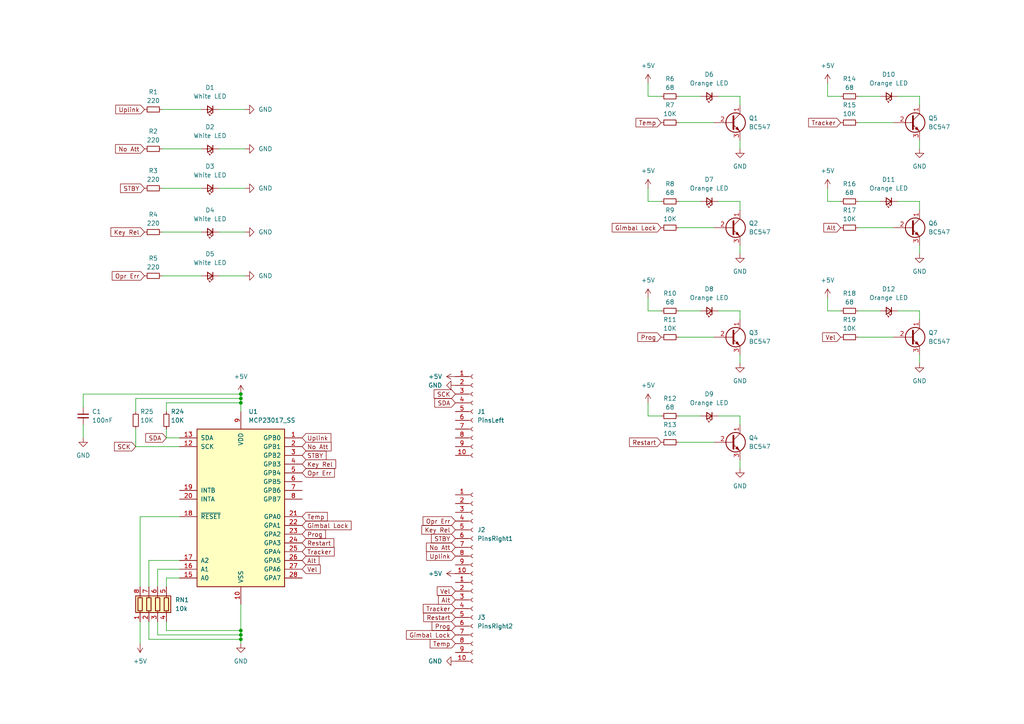
<source format=kicad_sch>
(kicad_sch (version 20230121) (generator eeschema)
  (paper "A4")
  (title_block (title "DSKY Alarm Lights") (date "2024-02-11") (rev "1.0.0") (company "Pablo Ortiz López"))
  (lib_symbols
    (symbol "Connector:Conn_01x10_Socket" (pin_names (offset 1.016) hide)
      (property "Reference" "J" (at 0 12.7 0))
      (property "Value" "Conn_01x10_Socket" (at 0 -15.24 0))
      (symbol "Conn_01x10_Socket_1_1"
        (arc (start 0 -12.192) (mid -0.5058 -12.7) (end 0 -13.208) (stroke (width 0.1524)))
        (arc (start 0 -9.652) (mid -0.5058 -10.16) (end 0 -10.668) (stroke (width 0.1524)))
        (arc (start 0 -7.112) (mid -0.5058 -7.62) (end 0 -8.128) (stroke (width 0.1524)))
        (arc (start 0 -4.572) (mid -0.5058 -5.08) (end 0 -5.588) (stroke (width 0.1524)))
        (arc (start 0 -2.032) (mid -0.5058 -2.54) (end 0 -3.048) (stroke (width 0.1524)))
        (polyline (pts (xy -1.27 -12.7) (xy -0.508 -12.7)) (stroke (width 0.1524)))
        (polyline (pts (xy -1.27 -10.16) (xy -0.508 -10.16)) (stroke (width 0.1524)))
        (polyline (pts (xy -1.27 -7.62) (xy -0.508 -7.62)) (stroke (width 0.1524)))
        (polyline (pts (xy -1.27 -5.08) (xy -0.508 -5.08)) (stroke (width 0.1524)))
        (polyline (pts (xy -1.27 -2.54) (xy -0.508 -2.54)) (stroke (width 0.1524)))
        (polyline (pts (xy -1.27 0) (xy -0.508 0)) (stroke (width 0.1524)))
        (polyline (pts (xy -1.27 2.54) (xy -0.508 2.54)) (stroke (width 0.1524)))
        (polyline (pts (xy -1.27 5.08) (xy -0.508 5.08)) (stroke (width 0.1524)))
        (polyline (pts (xy -1.27 7.62) (xy -0.508 7.62)) (stroke (width 0.1524)))
        (polyline (pts (xy -1.27 10.16) (xy -0.508 10.16)) (stroke (width 0.1524)))
        (arc (start 0 0.508) (mid -0.5058 0) (end 0 -0.508) (stroke (width 0.1524)))
        (arc (start 0 3.048) (mid -0.5058 2.54) (end 0 2.032) (stroke (width 0.1524)))
        (arc (start 0 5.588) (mid -0.5058 5.08) (end 0 4.572) (stroke (width 0.1524)))
        (arc (start 0 8.128) (mid -0.5058 7.62) (end 0 7.112) (stroke (width 0.1524)))
        (arc (start 0 10.668) (mid -0.5058 10.16) (end 0 9.652) (stroke (width 0.1524)))
        (pin passive line (at -5.08 10.16 0) (length 3.81) (name "Pin_1") (number "1"))
        (pin passive line (at -5.08 -12.7 0) (length 3.81) (name "Pin_10") (number "10"))
        (pin passive line (at -5.08 7.62 0) (length 3.81) (name "Pin_2") (number "2"))
        (pin passive line (at -5.08 5.08 0) (length 3.81) (name "Pin_3") (number "3"))
        (pin passive line (at -5.08 2.54 0) (length 3.81) (name "Pin_4") (number "4"))
        (pin passive line (at -5.08 0 0) (length 3.81) (name "Pin_5") (number "5"))
        (pin passive line (at -5.08 -2.54 0) (length 3.81) (name "Pin_6") (number "6"))
        (pin passive line (at -5.08 -5.08 0) (length 3.81) (name "Pin_7") (number "7"))
        (pin passive line (at -5.08 -7.62 0) (length 3.81) (name "Pin_8") (number "8"))
        (pin passive line (at -5.08 -10.16 0) (length 3.81) (name "Pin_9") (number "9"))
      )
    )
    (symbol "Device:C_Small" (pin_numbers hide) (pin_names (offset 0.254) hide)
      (property "Reference" "C" (at 0.254 1.778 0))
      (property "Value" "C_Small" (at 0.254 -2.032 0))
      (symbol "C_Small_0_1"
        (polyline (pts (xy -1.524 -0.508) (xy 1.524 -0.508)) (stroke (width 0.3302)))
        (polyline (pts (xy -1.524 0.508) (xy 1.524 0.508)) (stroke (width 0.3048)))
      )
      (symbol "C_Small_1_1"
        (pin passive line (at 0 2.54 270) (length 2.032) (name "~") (number "1"))
        (pin passive line (at 0 -2.54 90) (length 2.032) (name "~") (number "2"))
      )
    )
    (symbol "Device:LED_Small" (pin_numbers hide) (pin_names (offset 0.254) hide)
      (property "Reference" "D" (at -1.27 3.175 0))
      (property "Value" "LED_Small" (at -4.445 -2.54 0))
      (symbol "LED_Small_0_1"
        (polyline (pts (xy -0.762 -1.016) (xy -0.762 1.016)) (stroke (width 0.254)))
        (polyline (pts (xy 1.016 0) (xy -0.762 0)))
        (polyline (pts (xy 0.762 -1.016) (xy -0.762 0) (xy 0.762 1.016) (xy 0.762 -1.016)) (stroke (width 0.254)))
        (polyline (pts (xy 0 0.762) (xy -0.508 1.27) (xy -0.254 1.27) (xy -0.508 1.27) (xy -0.508 1.016)))
        (polyline (pts (xy 0.508 1.27) (xy 0 1.778) (xy 0.254 1.778) (xy 0 1.778) (xy 0 1.524)))
      )
      (symbol "LED_Small_1_1"
        (pin passive line (at -2.54 0 0) (length 1.778) (name "K") (number "1"))
        (pin passive line (at 2.54 0 180) (length 1.778) (name "A") (number "2"))
      )
    )
    (symbol "Device:R_Pack04" (pin_names (offset 0) hide)
      (property "Reference" "RN" (at -7.62 0 90))
      (property "Value" "R_Pack04" (at 5.08 0 90))
      (symbol "R_Pack04_0_1"
        (rectangle (start -6.35 -2.413) (end 3.81 2.413) (stroke (width 0.254)) (fill (type background)))
        (rectangle (start -5.715 1.905) (end -4.445 -1.905) (stroke (width 0.254)))
        (rectangle (start -3.175 1.905) (end -1.905 -1.905) (stroke (width 0.254)))
        (rectangle (start -0.635 1.905) (end 0.635 -1.905) (stroke (width 0.254)))
        (polyline (pts (xy -5.08 -2.54) (xy -5.08 -1.905)))
        (polyline (pts (xy -5.08 1.905) (xy -5.08 2.54)))
        (polyline (pts (xy -2.54 -2.54) (xy -2.54 -1.905)))
        (polyline (pts (xy -2.54 1.905) (xy -2.54 2.54)))
        (polyline (pts (xy 0 -2.54) (xy 0 -1.905)))
        (polyline (pts (xy 0 1.905) (xy 0 2.54)))
        (polyline (pts (xy 2.54 -2.54) (xy 2.54 -1.905)))
        (polyline (pts (xy 2.54 1.905) (xy 2.54 2.54)))
        (rectangle (start 1.905 1.905) (end 3.175 -1.905) (stroke (width 0.254)))
      )
      (symbol "R_Pack04_1_1"
        (pin passive line (at -5.08 -5.08 90) (length 2.54) (name "R1.1") (number "1"))
        (pin passive line (at -2.54 -5.08 90) (length 2.54) (name "R2.1") (number "2"))
        (pin passive line (at 0 -5.08 90) (length 2.54) (name "R3.1") (number "3"))
        (pin passive line (at 2.54 -5.08 90) (length 2.54) (name "R4.1") (number "4"))
        (pin passive line (at 2.54 5.08 270) (length 2.54) (name "R4.2") (number "5"))
        (pin passive line (at 0 5.08 270) (length 2.54) (name "R3.2") (number "6"))
        (pin passive line (at -2.54 5.08 270) (length 2.54) (name "R2.2") (number "7"))
        (pin passive line (at -5.08 5.08 270) (length 2.54) (name "R1.2") (number "8"))
      )
    )
    (symbol "Device:R_Small" (pin_numbers hide) (pin_names (offset 0.254) hide)
      (property "Reference" "R" (at 0.762 0.508 0))
      (property "Value" "R_Small" (at 0.762 -1.016 0))
      (symbol "R_Small_0_1"
        (rectangle (start -0.762 1.778) (end 0.762 -1.778) (stroke (width 0.2032)))
      )
      (symbol "R_Small_1_1"
        (pin passive line (at 0 2.54 270) (length 0.762) (name "~") (number "1"))
        (pin passive line (at 0 -2.54 90) (length 0.762) (name "~") (number "2"))
      )
    )
    (symbol "Interface_Expansion:MCP23017_SS" (pin_names (offset 1.016))
      (property "Reference" "U" (at -11.43 24.13 0))
      (property "Value" "MCP23017_SS" (at 0 0 0))
      (symbol "MCP23017_SS_0_1"
        (rectangle (start -12.7 22.86) (end 12.7 -22.86) (stroke (width 0.254)) (fill (type background)))
      )
      (symbol "MCP23017_SS_1_1"
        (pin bidirectional line (at 17.78 20.32 180) (length 5.08) (name "GPB0") (number "1"))
        (pin power_in line (at 0 -27.94 90) (length 5.08) (name "VSS") (number "10"))
        (pin no_connect line (at -12.7 15.24 0) (length 5.08) hide (name "NC") (number "11"))
        (pin input line (at -17.78 17.78 0) (length 5.08) (name "SCK") (number "12"))
        (pin bidirectional line (at -17.78 20.32 0) (length 5.08) (name "SDA") (number "13"))
        (pin no_connect line (at -12.7 12.7 0) (length 5.08) hide (name "NC") (number "14"))
        (pin input line (at -17.78 -20.32 0) (length 5.08) (name "A0") (number "15"))
        (pin input line (at -17.78 -17.78 0) (length 5.08) (name "A1") (number "16"))
        (pin input line (at -17.78 -15.24 0) (length 5.08) (name "A2") (number "17"))
        (pin input line (at -17.78 -2.54 0) (length 5.08) (name "~{RESET}") (number "18"))
        (pin tri_state line (at -17.78 5.08 0) (length 5.08) (name "INTB") (number "19"))
        (pin bidirectional line (at 17.78 17.78 180) (length 5.08) (name "GPB1") (number "2"))
        (pin tri_state line (at -17.78 2.54 0) (length 5.08) (name "INTA") (number "20"))
        (pin bidirectional line (at 17.78 -2.54 180) (length 5.08) (name "GPA0") (number "21"))
        (pin bidirectional line (at 17.78 -5.08 180) (length 5.08) (name "GPA1") (number "22"))
        (pin bidirectional line (at 17.78 -7.62 180) (length 5.08) (name "GPA2") (number "23"))
        (pin bidirectional line (at 17.78 -10.16 180) (length 5.08) (name "GPA3") (number "24"))
        (pin bidirectional line (at 17.78 -12.7 180) (length 5.08) (name "GPA4") (number "25"))
        (pin bidirectional line (at 17.78 -15.24 180) (length 5.08) (name "GPA5") (number "26"))
        (pin bidirectional line (at 17.78 -17.78 180) (length 5.08) (name "GPA6") (number "27"))
        (pin bidirectional line (at 17.78 -20.32 180) (length 5.08) (name "GPA7") (number "28"))
        (pin bidirectional line (at 17.78 15.24 180) (length 5.08) (name "GPB2") (number "3"))
        (pin bidirectional line (at 17.78 12.7 180) (length 5.08) (name "GPB3") (number "4"))
        (pin bidirectional line (at 17.78 10.16 180) (length 5.08) (name "GPB4") (number "5"))
        (pin bidirectional line (at 17.78 7.62 180) (length 5.08) (name "GPB5") (number "6"))
        (pin bidirectional line (at 17.78 5.08 180) (length 5.08) (name "GPB6") (number "7"))
        (pin bidirectional line (at 17.78 2.54 180) (length 5.08) (name "GPB7") (number "8"))
        (pin power_in line (at 0 27.94 270) (length 5.08) (name "VDD") (number "9"))
      )
    )
    (symbol "Transistor_BJT:BC547" (pin_names (offset 0) hide)
      (property "Reference" "Q" (at 5.08 1.905 0))
      (property "Value" "BC547" (at 5.08 0 0))
      (symbol "BC547_0_1"
        (polyline (pts (xy 0 0) (xy 0.635 0)))
        (polyline (pts (xy 0.635 0.635) (xy 2.54 2.54)))
        (polyline (pts (xy 0.635 -0.635) (xy 2.54 -2.54) (xy 2.54 -2.54)))
        (polyline (pts (xy 0.635 1.905) (xy 0.635 -1.905) (xy 0.635 -1.905)) (stroke (width 0.508)))
        (polyline (pts (xy 1.27 -1.778) (xy 1.778 -1.27) (xy 2.286 -2.286) (xy 1.27 -1.778) (xy 1.27 -1.778)) (fill (type outline)))
        (circle (center 1.27 0) (radius 2.8194) (stroke (width 0.254)))
      )
      (symbol "BC547_1_1"
        (pin passive line (at 2.54 5.08 270) (length 2.54) (name "C") (number "1"))
        (pin input line (at -5.08 0 0) (length 5.08) (name "B") (number "2"))
        (pin passive line (at 2.54 -5.08 90) (length 2.54) (name "E") (number "3"))
      )
    )
    (symbol "power:+5V" (power) (pin_names (offset 0))
      (property "Value" "+5V" (at 0 3.556 0))
      (symbol "+5V_0_1"
        (polyline (pts (xy -0.762 1.27) (xy 0 2.54)))
        (polyline (pts (xy 0 0) (xy 0 2.54)))
        (polyline (pts (xy 0 2.54) (xy 0.762 1.27)))
      )
      (symbol "+5V_1_1"
        (pin power_in line (at 0 0 90) (length 0) hide (name "+5V") (number "1"))
      )
    )
    (symbol "power:GND" (power) (pin_names (offset 0))
      (property "Value" "GND" (at 0 -3.81 0))
      (symbol "GND_0_1"
        (polyline (pts (xy 0 0) (xy 0 -1.27) (xy 1.27 -1.27) (xy 0 -2.54) (xy -1.27 -1.27) (xy 0 -1.27)))
      )
      (symbol "GND_1_1"
        (pin power_in line (at 0 0 270) (length 0) hide (name "GND") (number "1"))
      )
    )
  )
  (junction (at 69.85 185.42))
  (junction (at 69.85 184.15))
  (junction (at 69.85 116.84))
  (junction (at 69.85 182.88))
  (junction (at 69.85 114.3))
  (junction (at 69.85 115.57))
  (wire (pts (xy 214.63 133.35) (xy 214.63 135.89)))
  (wire (pts (xy 208.28 120.65) (xy 214.63 120.65)))
  (wire (pts (xy 48.26 127) (xy 48.26 124.46)))
  (wire (pts (xy 266.7 27.94) (xy 266.7 30.48)))
  (wire (pts (xy 39.37 119.38) (xy 39.37 115.57)))
  (wire (pts (xy 240.03 90.17) (xy 243.84 90.17)))
  (wire (pts (xy 266.7 58.42) (xy 266.7 60.96)))
  (wire (pts (xy 248.92 66.04) (xy 259.08 66.04)))
  (wire (pts (xy 63.5 54.61) (xy 71.12 54.61)))
  (wire (pts (xy 196.85 66.04) (xy 207.01 66.04)))
  (wire (pts (xy 240.03 24.13) (xy 240.03 27.94)))
  (wire (pts (xy 196.85 35.56) (xy 207.01 35.56)))
  (wire (pts (xy 187.96 116.84) (xy 187.96 120.65)))
  (wire (pts (xy 214.63 120.65) (xy 214.63 123.19)))
  (wire (pts (xy 69.85 115.57) (xy 69.85 116.84)))
  (wire (pts (xy 43.18 162.56) (xy 52.07 162.56)))
  (wire (pts (xy 43.18 180.34) (xy 43.18 185.42)))
  (wire (pts (xy 40.64 149.86) (xy 52.07 149.86)))
  (wire (pts (xy 187.96 24.13) (xy 187.96 27.94)))
  (wire (pts (xy 45.72 180.34) (xy 45.72 184.15)))
  (wire (pts (xy 208.28 58.42) (xy 214.63 58.42)))
  (wire (pts (xy 208.28 90.17) (xy 214.63 90.17)))
  (wire (pts (xy 46.99 54.61) (xy 58.42 54.61)))
  (wire (pts (xy 39.37 115.57) (xy 69.85 115.57)))
  (wire (pts (xy 260.35 27.94) (xy 266.7 27.94)))
  (wire (pts (xy 40.64 180.34) (xy 40.64 186.69)))
  (wire (pts (xy 48.26 116.84) (xy 69.85 116.84)))
  (wire (pts (xy 260.35 90.17) (xy 266.7 90.17)))
  (wire (pts (xy 52.07 167.64) (xy 48.26 167.64)))
  (wire (pts (xy 266.7 40.64) (xy 266.7 43.18)))
  (wire (pts (xy 48.26 167.64) (xy 48.26 170.18)))
  (wire (pts (xy 214.63 90.17) (xy 214.63 92.71)))
  (wire (pts (xy 214.63 27.94) (xy 214.63 30.48)))
  (wire (pts (xy 214.63 58.42) (xy 214.63 60.96)))
  (wire (pts (xy 48.26 182.88) (xy 69.85 182.88)))
  (wire (pts (xy 196.85 97.79) (xy 207.01 97.79)))
  (wire (pts (xy 63.5 31.75) (xy 71.12 31.75)))
  (wire (pts (xy 45.72 165.1) (xy 45.72 170.18)))
  (wire (pts (xy 39.37 124.46) (xy 39.37 129.54)))
  (wire (pts (xy 248.92 90.17) (xy 255.27 90.17)))
  (wire (pts (xy 46.99 31.75) (xy 58.42 31.75)))
  (wire (pts (xy 248.92 35.56) (xy 259.08 35.56)))
  (wire (pts (xy 40.64 149.86) (xy 40.64 170.18)))
  (wire (pts (xy 187.96 120.65) (xy 191.77 120.65)))
  (wire (pts (xy 63.5 43.18) (xy 71.12 43.18)))
  (wire (pts (xy 187.96 27.94) (xy 191.77 27.94)))
  (wire (pts (xy 187.96 90.17) (xy 191.77 90.17)))
  (wire (pts (xy 48.26 180.34) (xy 48.26 182.88)))
  (wire (pts (xy 214.63 102.87) (xy 214.63 105.41)))
  (wire (pts (xy 69.85 116.84) (xy 69.85 119.38)))
  (wire (pts (xy 240.03 86.36) (xy 240.03 90.17)))
  (wire (pts (xy 196.85 90.17) (xy 203.2 90.17)))
  (wire (pts (xy 24.13 118.11) (xy 24.13 114.3)))
  (wire (pts (xy 43.18 170.18) (xy 43.18 162.56)))
  (wire (pts (xy 69.85 184.15) (xy 69.85 185.42)))
  (wire (pts (xy 240.03 54.61) (xy 240.03 58.42)))
  (wire (pts (xy 248.92 27.94) (xy 255.27 27.94)))
  (wire (pts (xy 63.5 67.31) (xy 71.12 67.31)))
  (wire (pts (xy 214.63 71.12) (xy 214.63 73.66)))
  (wire (pts (xy 45.72 184.15) (xy 69.85 184.15)))
  (wire (pts (xy 48.26 119.38) (xy 48.26 116.84)))
  (wire (pts (xy 266.7 102.87) (xy 266.7 105.41)))
  (wire (pts (xy 214.63 40.64) (xy 214.63 43.18)))
  (wire (pts (xy 69.85 175.26) (xy 69.85 182.88)))
  (wire (pts (xy 52.07 165.1) (xy 45.72 165.1)))
  (wire (pts (xy 187.96 58.42) (xy 191.77 58.42)))
  (wire (pts (xy 248.92 97.79) (xy 259.08 97.79)))
  (wire (pts (xy 46.99 80.01) (xy 58.42 80.01)))
  (wire (pts (xy 46.99 67.31) (xy 58.42 67.31)))
  (wire (pts (xy 248.92 58.42) (xy 255.27 58.42)))
  (wire (pts (xy 196.85 58.42) (xy 203.2 58.42)))
  (wire (pts (xy 52.07 127) (xy 48.26 127)))
  (wire (pts (xy 260.35 58.42) (xy 266.7 58.42)))
  (wire (pts (xy 69.85 182.88) (xy 69.85 184.15)))
  (wire (pts (xy 266.7 71.12) (xy 266.7 73.66)))
  (wire (pts (xy 240.03 58.42) (xy 243.84 58.42)))
  (wire (pts (xy 187.96 54.61) (xy 187.96 58.42)))
  (wire (pts (xy 196.85 27.94) (xy 203.2 27.94)))
  (wire (pts (xy 46.99 43.18) (xy 58.42 43.18)))
  (wire (pts (xy 187.96 86.36) (xy 187.96 90.17)))
  (wire (pts (xy 24.13 127) (xy 24.13 123.19)))
  (wire (pts (xy 24.13 114.3) (xy 69.85 114.3)))
  (wire (pts (xy 52.07 129.54) (xy 39.37 129.54)))
  (wire (pts (xy 208.28 27.94) (xy 214.63 27.94)))
  (wire (pts (xy 196.85 120.65) (xy 203.2 120.65)))
  (wire (pts (xy 196.85 128.27) (xy 207.01 128.27)))
  (wire (pts (xy 240.03 27.94) (xy 243.84 27.94)))
  (wire (pts (xy 63.5 80.01) (xy 71.12 80.01)))
  (wire (pts (xy 69.85 186.69) (xy 69.85 185.42)))
  (wire (pts (xy 43.18 185.42) (xy 69.85 185.42)))
  (wire (pts (xy 69.85 115.57) (xy 69.85 114.3)))
  (wire (pts (xy 266.7 90.17) (xy 266.7 92.71)))
  (global_label "Restart" (shape input) (at 87.63 157.48 0) (property "Intersheetrefs" "${INTERSHEET_REFS}" (effects hide)))
  (global_label "Tracker" (shape input) (at 132.08 176.53 180) (property "Intersheetrefs" "${INTERSHEET_REFS}" (effects hide)))
  (global_label "STBY" (shape input) (at 87.63 132.08 0) (property "Intersheetrefs" "${INTERSHEET_REFS}" (effects hide)))
  (global_label "SDA" (shape input) (at 132.08 116.84 180) (property "Intersheetrefs" "${INTERSHEET_REFS}" (effects hide)))
  (global_label "Opr Err" (shape input) (at 87.63 137.16 0) (property "Intersheetrefs" "${INTERSHEET_REFS}" (effects hide)))
  (global_label "Vel" (shape input) (at 132.08 171.45 180) (property "Intersheetrefs" "${INTERSHEET_REFS}" (effects hide)))
  (global_label "Gimbal Lock" (shape input) (at 87.63 152.4 0) (property "Intersheetrefs" "${INTERSHEET_REFS}" (effects hide)))
  (global_label "Prog" (shape input) (at 191.77 97.79 180) (property "Intersheetrefs" "${INTERSHEET_REFS}" (effects hide)))
  (global_label "No Att" (shape input) (at 132.08 158.75 180) (property "Intersheetrefs" "${INTERSHEET_REFS}" (effects hide)))
  (global_label "Key Rel" (shape input) (at 132.08 153.67 180) (property "Intersheetrefs" "${INTERSHEET_REFS}" (effects hide)))
  (global_label "Alt" (shape input) (at 243.84 66.04 180) (property "Intersheetrefs" "${INTERSHEET_REFS}" (effects hide)))
  (global_label "Gimbal Lock" (shape input) (at 132.08 184.15 180) (property "Intersheetrefs" "${INTERSHEET_REFS}" (effects hide)))
  (global_label "Uplink" (shape input) (at 87.63 127 0) (property "Intersheetrefs" "${INTERSHEET_REFS}" (effects hide)))
  (global_label "Temp" (shape input) (at 132.08 186.69 180) (property "Intersheetrefs" "${INTERSHEET_REFS}" (effects hide)))
  (global_label "Alt" (shape input) (at 87.63 162.56 0) (property "Intersheetrefs" "${INTERSHEET_REFS}" (effects hide)))
  (global_label "Tracker" (shape input) (at 87.63 160.02 0) (property "Intersheetrefs" "${INTERSHEET_REFS}" (effects hide)))
  (global_label "Temp" (shape input) (at 87.63 149.86 0) (property "Intersheetrefs" "${INTERSHEET_REFS}" (effects hide)))
  (global_label "Prog" (shape input) (at 132.08 181.61 180) (property "Intersheetrefs" "${INTERSHEET_REFS}" (effects hide)))
  (global_label "Vel" (shape input) (at 87.63 165.1 0) (property "Intersheetrefs" "${INTERSHEET_REFS}" (effects hide)))
  (global_label "No Att" (shape input) (at 87.63 129.54 0) (property "Intersheetrefs" "${INTERSHEET_REFS}" (effects hide)))
  (global_label "Prog" (shape input) (at 87.63 154.94 0) (property "Intersheetrefs" "${INTERSHEET_REFS}" (effects hide)))
  (global_label "Temp" (shape input) (at 191.77 35.56 180) (property "Intersheetrefs" "${INTERSHEET_REFS}" (effects hide)))
  (global_label "SCK" (shape input) (at 39.37 129.54 180) (property "Intersheetrefs" "${INTERSHEET_REFS}" (effects hide)))
  (global_label "SCK" (shape input) (at 132.08 114.3 180) (property "Intersheetrefs" "${INTERSHEET_REFS}" (effects hide)))
  (global_label "STBY" (shape input) (at 132.08 156.21 180) (property "Intersheetrefs" "${INTERSHEET_REFS}" (effects hide)))
  (global_label "STBY" (shape input) (at 41.91 54.61 180) (property "Intersheetrefs" "${INTERSHEET_REFS}" (effects hide)))
  (global_label "Restart" (shape input) (at 191.77 128.27 180) (property "Intersheetrefs" "${INTERSHEET_REFS}" (effects hide)))
  (global_label "Key Rel" (shape input) (at 41.91 67.31 180) (property "Intersheetrefs" "${INTERSHEET_REFS}" (effects hide)))
  (global_label "Restart" (shape input) (at 132.08 179.07 180) (property "Intersheetrefs" "${INTERSHEET_REFS}" (effects hide)))
  (global_label "Uplink" (shape input) (at 132.08 161.29 180) (property "Intersheetrefs" "${INTERSHEET_REFS}" (effects hide)))
  (global_label "Opr Err" (shape input) (at 41.91 80.01 180) (property "Intersheetrefs" "${INTERSHEET_REFS}" (effects hide)))
  (global_label "Vel" (shape input) (at 243.84 97.79 180) (property "Intersheetrefs" "${INTERSHEET_REFS}" (effects hide)))
  (global_label "Gimbal Lock" (shape input) (at 191.77 66.04 180) (property "Intersheetrefs" "${INTERSHEET_REFS}" (effects hide)))
  (global_label "Uplink" (shape input) (at 41.91 31.75 180) (property "Intersheetrefs" "${INTERSHEET_REFS}" (effects hide)))
  (global_label "No Att" (shape input) (at 41.91 43.18 180) (property "Intersheetrefs" "${INTERSHEET_REFS}" (effects hide)))
  (global_label "Alt" (shape input) (at 132.08 173.99 180) (property "Intersheetrefs" "${INTERSHEET_REFS}" (effects hide)))
  (global_label "SDA" (shape input) (at 48.26 127 180) (property "Intersheetrefs" "${INTERSHEET_REFS}" (effects hide)))
  (global_label "Tracker" (shape input) (at 243.84 35.56 180) (property "Intersheetrefs" "${INTERSHEET_REFS}" (effects hide)))
  (global_label "Opr Err" (shape input) (at 132.08 151.13 180) (property "Intersheetrefs" "${INTERSHEET_REFS}" (effects hide)))
  (global_label "Key Rel" (shape input) (at 87.63 134.62 0) (property "Intersheetrefs" "${INTERSHEET_REFS}" (effects hide)))
  (symbol (lib_id "power:+5V") (at 187.96 116.84 0) (unit 1)
    (property "Reference" "#PWR016" (effects hide))
    (property "Value" "+5V" (at 187.96 111.76 0))
  )
  (symbol (lib_id "power:GND") (at 266.7 105.41 0) (unit 1)
    (property "Reference" "#PWR09" (effects hide))
    (property "Value" "GND" (at 266.7 110.49 0))
  )
  (symbol (lib_id "Device:R_Pack04") (at 45.72 175.26 0) (unit 1)
    (property "Reference" "RN1" (at 50.8 173.99 0) (effects (justify left)))
    (property "Value" "10k" (at 50.8 176.53 0) (effects (justify left)))
    (property "Footprint" "Resistor_SMD:R_Array_Convex_4x1206" (effects hide))
  )
  (symbol (lib_id "power:GND") (at 266.7 73.66 0) (unit 1)
    (property "Reference" "#PWR08" (effects hide))
    (property "Value" "GND" (at 266.7 78.74 0))
  )
  (symbol (lib_id "Transistor_BJT:BC547") (at 212.09 66.04 0) (unit 1)
    (property "Reference" "Q2" (at 217.17 64.77 0) (effects (justify left)))
    (property "Value" "BC547" (at 217.17 67.31 0) (effects (justify left)))
    (property "Footprint" "AA_Footprints:SOT-23-3-BC" (effects hide))
    (property "Datasheet" "https://www.onsemi.com/pub/Collateral/BC550-D.pdf" (effects hide))
  )
  (symbol (lib_id "Connector:Conn_01x10_Socket") (at 137.16 119.38 0) (unit 1)
    (property "Reference" "J1" (at 138.43 119.38 0) (effects (justify left)))
    (property "Value" "PinsLeft" (at 138.43 121.92 0) (effects (justify left)))
    (property "Footprint" "Connector_PinSocket_2.54mm:PinSocket_1x10_P2.54mm_Vertical" (effects hide))
  )
  (symbol (lib_id "Device:R_Small") (at 246.38 90.17 90) (unit 1)
    (property "Reference" "R18" (at 246.38 85.09 90))
    (property "Value" "68" (at 246.38 87.63 90))
    (property "Footprint" "Resistor_SMD:R_1206_3216Metric_Pad1.30x1.75mm_HandSolder" (effects hide))
  )
  (symbol (lib_id "power:GND") (at 71.12 67.31 90) (unit 1)
    (property "Reference" "#PWR020" (effects hide))
    (property "Value" "GND" (at 74.93 67.31 90) (effects (justify right)))
  )
  (symbol (lib_id "Device:R_Small") (at 44.45 43.18 90) (unit 1)
    (property "Reference" "R2" (at 44.45 38.1 90))
    (property "Value" "220" (at 44.45 40.64 90))
    (property "Footprint" "Resistor_SMD:R_1206_3216Metric_Pad1.30x1.75mm_HandSolder" (effects hide))
  )
  (symbol (lib_id "power:GND") (at 24.13 127 0) (unit 1)
    (property "Reference" "#PWR027" (effects hide))
    (property "Value" "GND" (at 24.13 132.08 0))
  )
  (symbol (lib_id "Device:R_Small") (at 246.38 97.79 90) (unit 1)
    (property "Reference" "R19" (at 246.38 92.71 90))
    (property "Value" "10K" (at 246.38 95.25 90))
    (property "Footprint" "Resistor_SMD:R_1206_3216Metric_Pad1.30x1.75mm_HandSolder" (effects hide))
  )
  (symbol (lib_id "Device:R_Small") (at 194.31 128.27 90) (unit 1)
    (property "Reference" "R13" (at 194.31 123.19 90))
    (property "Value" "10K" (at 194.31 125.73 90))
    (property "Footprint" "Resistor_SMD:R_1206_3216Metric_Pad1.30x1.75mm_HandSolder" (effects hide))
  )
  (symbol (lib_id "Device:LED_Small") (at 60.96 80.01 180) (unit 1)
    (property "Reference" "D5" (at 60.8965 73.66 0))
    (property "Value" "White LED" (at 60.8965 76.2 0))
    (property "Footprint" "LED_SMD:LED_1206_3216Metric_Pad1.42x1.75mm_HandSolder" (effects hide))
  )
  (symbol (lib_id "Device:LED_Small") (at 205.74 120.65 180) (unit 1)
    (property "Reference" "D9" (at 205.6765 114.3 0))
    (property "Value" "Orange LED" (at 205.6765 116.84 0))
    (property "Footprint" "LED_SMD:LED_1206_3216Metric_Pad1.42x1.75mm_HandSolder" (effects hide))
  )
  (symbol (lib_id "Device:C_Small") (at 24.13 120.65 0) (unit 1)
    (property "Reference" "C1" (at 26.67 119.3863 0) (effects (justify left)))
    (property "Value" "100nF" (at 26.67 121.9263 0) (effects (justify left)))
    (property "Footprint" "Capacitor_SMD:C_1210_3225Metric_Pad1.33x2.70mm_HandSolder" (effects hide))
  )
  (symbol (lib_id "power:+5V") (at 240.03 24.13 0) (unit 1)
    (property "Reference" "#PWR011" (effects hide))
    (property "Value" "+5V" (at 240.03 19.05 0))
  )
  (symbol (lib_id "Device:R_Small") (at 194.31 120.65 90) (unit 1)
    (property "Reference" "R12" (at 194.31 115.57 90))
    (property "Value" "68" (at 194.31 118.11 90))
    (property "Footprint" "Resistor_SMD:R_1206_3216Metric_Pad1.30x1.75mm_HandSolder" (effects hide))
  )
  (symbol (lib_id "power:+5V") (at 187.96 86.36 0) (unit 1)
    (property "Reference" "#PWR014" (effects hide))
    (property "Value" "+5V" (at 187.96 81.28 0))
  )
  (symbol (lib_id "Device:R_Small") (at 44.45 54.61 90) (unit 1)
    (property "Reference" "R3" (at 44.45 49.53 90))
    (property "Value" "220" (at 44.45 52.07 90))
    (property "Footprint" "Resistor_SMD:R_1206_3216Metric_Pad1.30x1.75mm_HandSolder" (effects hide))
  )
  (symbol (lib_id "Device:R_Small") (at 44.45 67.31 90) (unit 1)
    (property "Reference" "R4" (at 44.45 62.23 90))
    (property "Value" "220" (at 44.45 64.77 90))
    (property "Footprint" "Resistor_SMD:R_1206_3216Metric_Pad1.30x1.75mm_HandSolder" (effects hide))
  )
  (symbol (lib_id "Device:R_Small") (at 194.31 35.56 90) (unit 1)
    (property "Reference" "R7" (at 194.31 30.48 90))
    (property "Value" "10K" (at 194.31 33.02 90))
    (property "Footprint" "Resistor_SMD:R_1206_3216Metric_Pad1.30x1.75mm_HandSolder" (effects hide))
  )
  (symbol (lib_id "power:GND") (at 214.63 105.41 0) (unit 1)
    (property "Reference" "#PWR05" (effects hide))
    (property "Value" "GND" (at 214.63 110.49 0))
  )
  (symbol (lib_id "power:+5V") (at 132.08 109.22 90) (unit 1)
    (property "Reference" "#PWR023" (effects hide))
    (property "Value" "+5V" (at 128.27 109.22 90) (effects (justify left)))
  )
  (symbol (lib_id "Device:R_Small") (at 246.38 27.94 90) (unit 1)
    (property "Reference" "R14" (at 246.38 22.86 90))
    (property "Value" "68" (at 246.38 25.4 90))
    (property "Footprint" "Resistor_SMD:R_1206_3216Metric_Pad1.30x1.75mm_HandSolder" (effects hide))
  )
  (symbol (lib_id "Device:R_Small") (at 246.38 66.04 90) (unit 1)
    (property "Reference" "R17" (at 246.38 60.96 90))
    (property "Value" "10K" (at 246.38 63.5 90))
    (property "Footprint" "Resistor_SMD:R_1206_3216Metric_Pad1.30x1.75mm_HandSolder" (effects hide))
  )
  (symbol (lib_id "Device:R_Small") (at 194.31 90.17 90) (unit 1)
    (property "Reference" "R10" (at 194.31 85.09 90))
    (property "Value" "68" (at 194.31 87.63 90))
    (property "Footprint" "Resistor_SMD:R_1206_3216Metric_Pad1.30x1.75mm_HandSolder" (effects hide))
  )
  (symbol (lib_id "Device:R_Small") (at 246.38 58.42 90) (unit 1)
    (property "Reference" "R16" (at 246.38 53.34 90))
    (property "Value" "68" (at 246.38 55.88 90))
    (property "Footprint" "Resistor_SMD:R_1206_3216Metric_Pad1.30x1.75mm_HandSolder" (effects hide))
  )
  (symbol (lib_id "Device:R_Small") (at 48.26 121.92 180) (unit 1)
    (property "Reference" "R24" (at 49.53 119.38 0) (effects (justify right)))
    (property "Value" "10K" (at 49.53 121.92 0) (effects (justify right)))
    (property "Footprint" "Resistor_SMD:R_1206_3216Metric_Pad1.30x1.75mm_HandSolder" (effects hide))
  )
  (symbol (lib_id "power:GND") (at 71.12 80.01 90) (unit 1)
    (property "Reference" "#PWR021" (effects hide))
    (property "Value" "GND" (at 74.93 80.01 90) (effects (justify right)))
  )
  (symbol (lib_id "power:+5V") (at 69.85 114.3 0) (unit 1)
    (property "Reference" "#PWR01" (effects hide))
    (property "Value" "+5V" (at 69.85 109.22 0))
  )
  (symbol (lib_id "Device:R_Small") (at 246.38 35.56 90) (unit 1)
    (property "Reference" "R15" (at 246.38 30.48 90))
    (property "Value" "10K" (at 246.38 33.02 90))
    (property "Footprint" "Resistor_SMD:R_1206_3216Metric_Pad1.30x1.75mm_HandSolder" (effects hide))
  )
  (symbol (lib_id "power:GND") (at 214.63 43.18 0) (unit 1)
    (property "Reference" "#PWR03" (effects hide))
    (property "Value" "GND" (at 214.63 48.26 0))
  )
  (symbol (lib_id "power:GND") (at 214.63 73.66 0) (unit 1)
    (property "Reference" "#PWR04" (effects hide))
    (property "Value" "GND" (at 214.63 78.74 0))
  )
  (symbol (lib_id "power:GND") (at 71.12 31.75 90) (unit 1)
    (property "Reference" "#PWR018" (effects hide))
    (property "Value" "GND" (at 74.93 31.75 90) (effects (justify right)))
  )
  (symbol (lib_id "Transistor_BJT:BC547") (at 264.16 66.04 0) (unit 1)
    (property "Reference" "Q6" (at 269.24 64.77 0) (effects (justify left)))
    (property "Value" "BC547" (at 269.24 67.31 0) (effects (justify left)))
    (property "Footprint" "AA_Footprints:SOT-23-3-BC" (effects hide))
    (property "Datasheet" "https://www.onsemi.com/pub/Collateral/BC550-D.pdf" (effects hide))
  )
  (symbol (lib_id "Device:LED_Small") (at 205.74 27.94 180) (unit 1)
    (property "Reference" "D6" (at 205.6765 21.59 0))
    (property "Value" "Orange LED" (at 205.6765 24.13 0))
    (property "Footprint" "LED_SMD:LED_1206_3216Metric_Pad1.42x1.75mm_HandSolder" (effects hide))
  )
  (symbol (lib_id "Interface_Expansion:MCP23017_SS") (at 69.85 147.32 0) (unit 1)
    (property "Reference" "U1" (at 72.0441 119.38 0) (effects (justify left)))
    (property "Value" "MCP23017_SS" (at 72.0441 121.92 0) (effects (justify left)))
    (property "Footprint" "Package_SO:SSOP-28_5.3x10.2mm_P0.65mm" (effects hide))
    (property "Datasheet" "http://ww1.microchip.com/downloads/en/DeviceDoc/20001952C.pdf" (effects hide))
  )
  (symbol (lib_id "Device:LED_Small") (at 60.96 67.31 180) (unit 1)
    (property "Reference" "D4" (at 60.8965 60.96 0))
    (property "Value" "White LED" (at 60.8965 63.5 0))
    (property "Footprint" "LED_SMD:LED_1206_3216Metric_Pad1.42x1.75mm_HandSolder" (effects hide))
  )
  (symbol (lib_id "Device:R_Small") (at 194.31 66.04 90) (unit 1)
    (property "Reference" "R9" (at 194.31 60.96 90))
    (property "Value" "10K" (at 194.31 63.5 90))
    (property "Footprint" "Resistor_SMD:R_1206_3216Metric_Pad1.30x1.75mm_HandSolder" (effects hide))
  )
  (symbol (lib_id "Device:LED_Small") (at 257.81 90.17 180) (unit 1)
    (property "Reference" "D12" (at 257.7465 83.82 0))
    (property "Value" "Orange LED" (at 257.7465 86.36 0))
    (property "Footprint" "LED_SMD:LED_1206_3216Metric_Pad1.42x1.75mm_HandSolder" (effects hide))
  )
  (symbol (lib_id "Connector:Conn_01x10_Socket") (at 137.16 179.07 0) (unit 1)
    (property "Reference" "J3" (at 138.43 179.07 0) (effects (justify left)))
    (property "Value" "PinsRight2" (at 138.43 181.61 0) (effects (justify left)))
    (property "Footprint" "Connector_PinSocket_2.54mm:PinSocket_1x10_P2.54mm_Vertical" (effects hide))
  )
  (symbol (lib_id "power:GND") (at 71.12 43.18 90) (unit 1)
    (property "Reference" "#PWR017" (effects hide))
    (property "Value" "GND" (at 74.93 43.18 90) (effects (justify right)))
  )
  (symbol (lib_id "Device:LED_Small") (at 205.74 90.17 180) (unit 1)
    (property "Reference" "D8" (at 205.6765 83.82 0))
    (property "Value" "Orange LED" (at 205.6765 86.36 0))
    (property "Footprint" "LED_SMD:LED_1206_3216Metric_Pad1.42x1.75mm_HandSolder" (effects hide))
  )
  (symbol (lib_id "Device:R_Small") (at 194.31 58.42 90) (unit 1)
    (property "Reference" "R8" (at 194.31 53.34 90))
    (property "Value" "68" (at 194.31 55.88 90))
    (property "Footprint" "Resistor_SMD:R_1206_3216Metric_Pad1.30x1.75mm_HandSolder" (effects hide))
  )
  (symbol (lib_id "Device:R_Small") (at 194.31 27.94 90) (unit 1)
    (property "Reference" "R6" (at 194.31 22.86 90))
    (property "Value" "68" (at 194.31 25.4 90))
    (property "Footprint" "Resistor_SMD:R_1206_3216Metric_Pad1.30x1.75mm_HandSolder" (effects hide))
  )
  (symbol (lib_id "Transistor_BJT:BC547") (at 212.09 35.56 0) (unit 1)
    (property "Reference" "Q1" (at 217.17 34.29 0) (effects (justify left)))
    (property "Value" "BC547" (at 217.17 36.83 0) (effects (justify left)))
    (property "Footprint" "AA_Footprints:SOT-23-3-BC" (effects hide))
    (property "Datasheet" "https://www.onsemi.com/pub/Collateral/BC550-D.pdf" (effects hide))
  )
  (symbol (lib_id "power:+5V") (at 187.96 24.13 0) (unit 1)
    (property "Reference" "#PWR010" (effects hide))
    (property "Value" "+5V" (at 187.96 19.05 0))
  )
  (symbol (lib_id "power:+5V") (at 240.03 86.36 0) (unit 1)
    (property "Reference" "#PWR015" (effects hide))
    (property "Value" "+5V" (at 240.03 81.28 0))
  )
  (symbol (lib_id "Transistor_BJT:BC547") (at 264.16 35.56 0) (unit 1)
    (property "Reference" "Q5" (at 269.24 34.29 0) (effects (justify left)))
    (property "Value" "BC547" (at 269.24 36.83 0) (effects (justify left)))
    (property "Footprint" "AA_Footprints:SOT-23-3-BC" (effects hide))
    (property "Datasheet" "https://www.onsemi.com/pub/Collateral/BC550-D.pdf" (effects hide))
  )
  (symbol (lib_id "Connector:Conn_01x10_Socket") (at 137.16 153.67 0) (unit 1)
    (property "Reference" "J2" (at 138.43 153.67 0) (effects (justify left)))
    (property "Value" "PinsRight1" (at 138.43 156.21 0) (effects (justify left)))
    (property "Footprint" "Connector_PinSocket_2.54mm:PinSocket_1x10_P2.54mm_Vertical" (effects hide))
  )
  (symbol (lib_id "power:+5V") (at 240.03 54.61 0) (unit 1)
    (property "Reference" "#PWR012" (effects hide))
    (property "Value" "+5V" (at 240.03 49.53 0))
  )
  (symbol (lib_id "power:GND") (at 132.08 191.77 270) (unit 1)
    (property "Reference" "#PWR026" (effects hide))
    (property "Value" "GND" (at 128.27 191.77 90) (effects (justify right)))
  )
  (symbol (lib_id "power:+5V") (at 187.96 54.61 0) (unit 1)
    (property "Reference" "#PWR013" (effects hide))
    (property "Value" "+5V" (at 187.96 49.53 0))
  )
  (symbol (lib_id "Device:R_Small") (at 39.37 121.92 180) (unit 1)
    (property "Reference" "R25" (at 40.64 119.38 0) (effects (justify right)))
    (property "Value" "10K" (at 40.64 121.92 0) (effects (justify right)))
    (property "Footprint" "Resistor_SMD:R_1206_3216Metric_Pad1.30x1.75mm_HandSolder" (effects hide))
  )
  (symbol (lib_id "Transistor_BJT:BC547") (at 264.16 97.79 0) (unit 1)
    (property "Reference" "Q7" (at 269.24 96.52 0) (effects (justify left)))
    (property "Value" "BC547" (at 269.24 99.06 0) (effects (justify left)))
    (property "Footprint" "AA_Footprints:SOT-23-3-BC" (effects hide))
    (property "Datasheet" "https://www.onsemi.com/pub/Collateral/BC550-D.pdf" (effects hide))
  )
  (symbol (lib_id "power:+5V") (at 40.64 186.69 180) (unit 1)
    (property "Reference" "#PWR022" (effects hide))
    (property "Value" "+5V" (at 40.64 191.77 0))
  )
  (symbol (lib_id "Transistor_BJT:BC547") (at 212.09 128.27 0) (unit 1)
    (property "Reference" "Q4" (at 217.17 127 0) (effects (justify left)))
    (property "Value" "BC547" (at 217.17 129.54 0) (effects (justify left)))
    (property "Footprint" "AA_Footprints:SOT-23-3-BC" (effects hide))
    (property "Datasheet" "https://www.onsemi.com/pub/Collateral/BC550-D.pdf" (effects hide))
  )
  (symbol (lib_id "power:GND") (at 71.12 54.61 90) (unit 1)
    (property "Reference" "#PWR019" (effects hide))
    (property "Value" "GND" (at 74.93 54.61 90) (effects (justify right)))
  )
  (symbol (lib_id "Device:R_Small") (at 44.45 31.75 90) (unit 1)
    (property "Reference" "R1" (at 44.45 26.67 90))
    (property "Value" "220" (at 44.45 29.21 90))
    (property "Footprint" "Resistor_SMD:R_1206_3216Metric_Pad1.30x1.75mm_HandSolder" (effects hide))
  )
  (symbol (lib_id "Device:LED_Small") (at 60.96 43.18 180) (unit 1)
    (property "Reference" "D2" (at 60.8965 36.83 0))
    (property "Value" "White LED" (at 60.8965 39.37 0))
    (property "Footprint" "LED_SMD:LED_1206_3216Metric_Pad1.42x1.75mm_HandSolder" (effects hide))
  )
  (symbol (lib_id "Transistor_BJT:BC547") (at 212.09 97.79 0) (unit 1)
    (property "Reference" "Q3" (at 217.17 96.52 0) (effects (justify left)))
    (property "Value" "BC547" (at 217.17 99.06 0) (effects (justify left)))
    (property "Footprint" "AA_Footprints:SOT-23-3-BC" (effects hide))
    (property "Datasheet" "https://www.onsemi.com/pub/Collateral/BC550-D.pdf" (effects hide))
  )
  (symbol (lib_id "Device:LED_Small") (at 60.96 31.75 180) (unit 1)
    (property "Reference" "D1" (at 60.8965 25.4 0))
    (property "Value" "White LED" (at 60.8965 27.94 0))
    (property "Footprint" "LED_SMD:LED_1206_3216Metric_Pad1.42x1.75mm_HandSolder" (effects hide))
  )
  (symbol (lib_id "Device:LED_Small") (at 257.81 58.42 180) (unit 1)
    (property "Reference" "D11" (at 257.7465 52.07 0))
    (property "Value" "Orange LED" (at 257.7465 54.61 0))
    (property "Footprint" "LED_SMD:LED_1206_3216Metric_Pad1.42x1.75mm_HandSolder" (effects hide))
  )
  (symbol (lib_id "Device:LED_Small") (at 205.74 58.42 180) (unit 1)
    (property "Reference" "D7" (at 205.6765 52.07 0))
    (property "Value" "Orange LED" (at 205.6765 54.61 0))
    (property "Footprint" "LED_SMD:LED_1206_3216Metric_Pad1.42x1.75mm_HandSolder" (effects hide))
  )
  (symbol (lib_id "Device:LED_Small") (at 257.81 27.94 180) (unit 1)
    (property "Reference" "D10" (at 257.7465 21.59 0))
    (property "Value" "Orange LED" (at 257.7465 24.13 0))
    (property "Footprint" "LED_SMD:LED_1206_3216Metric_Pad1.42x1.75mm_HandSolder" (effects hide))
  )
  (symbol (lib_id "power:+5V") (at 132.08 166.37 90) (unit 1)
    (property "Reference" "#PWR025" (effects hide))
    (property "Value" "+5V" (at 128.27 166.37 90) (effects (justify left)))
  )
  (symbol (lib_id "power:GND") (at 69.85 186.69 0) (unit 1)
    (property "Reference" "#PWR02" (effects hide))
    (property "Value" "GND" (at 69.85 191.77 0))
  )
  (symbol (lib_id "power:GND") (at 132.08 111.76 270) (unit 1)
    (property "Reference" "#PWR024" (effects hide))
    (property "Value" "GND" (at 128.27 111.76 90) (effects (justify right)))
  )
  (symbol (lib_id "Device:R_Small") (at 44.45 80.01 90) (unit 1)
    (property "Reference" "R5" (at 44.45 74.93 90))
    (property "Value" "220" (at 44.45 77.47 90))
    (property "Footprint" "Resistor_SMD:R_1206_3216Metric_Pad1.30x1.75mm_HandSolder" (effects hide))
  )
  (symbol (lib_id "Device:LED_Small") (at 60.96 54.61 180) (unit 1)
    (property "Reference" "D3" (at 60.8965 48.26 0))
    (property "Value" "White LED" (at 60.8965 50.8 0))
    (property "Footprint" "LED_SMD:LED_1206_3216Metric_Pad1.42x1.75mm_HandSolder" (effects hide))
  )
  (symbol (lib_id "Device:R_Small") (at 194.31 97.79 90) (unit 1)
    (property "Reference" "R11" (at 194.31 92.71 90))
    (property "Value" "10K" (at 194.31 95.25 90))
    (property "Footprint" "Resistor_SMD:R_1206_3216Metric_Pad1.30x1.75mm_HandSolder" (effects hide))
  )
  (symbol (lib_id "power:GND") (at 214.63 135.89 0) (unit 1)
    (property "Reference" "#PWR06" (effects hide))
    (property "Value" "GND" (at 214.63 140.97 0))
  )
  (symbol (lib_id "power:GND") (at 266.7 43.18 0) (unit 1)
    (property "Reference" "#PWR07" (effects hide))
    (property "Value" "GND" (at 266.7 48.26 0))
  )
)
</source>
